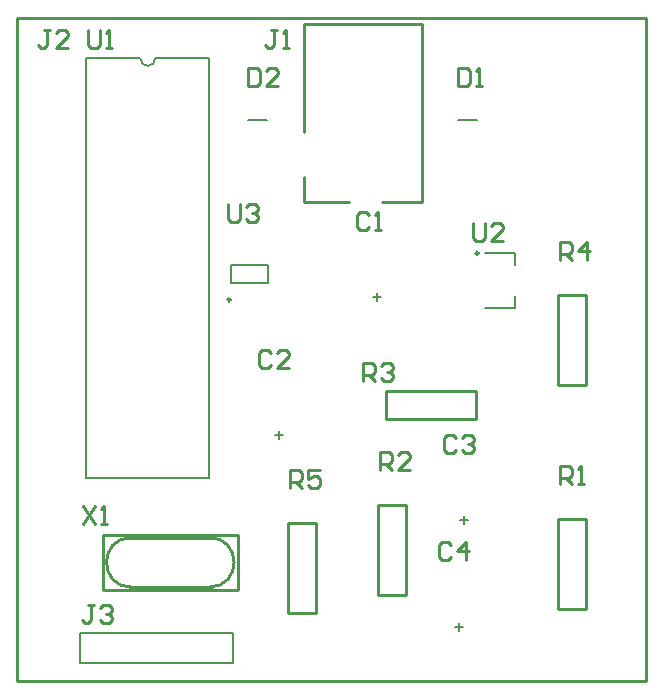
<source format=gto>
G04 Layer_Color=15132400*
%FSLAX25Y25*%
%MOIN*%
G70*
G01*
G75*
%ADD16C,0.01000*%
%ADD27C,0.00787*%
%ADD28C,0.00984*%
%ADD29C,0.00800*%
D16*
X163992Y131232D02*
G03*
X163992Y147768I0J8268D01*
G01*
X138008D02*
G03*
X138008Y131232I0J-8268D01*
G01*
X221500Y259500D02*
X235000D01*
X195500D02*
X210500D01*
X195500Y283000D02*
Y319000D01*
Y259500D02*
Y268000D01*
Y319000D02*
X235000D01*
Y259500D02*
Y319000D01*
X199500Y122500D02*
Y152500D01*
X190275Y122500D02*
X199500D01*
X190275D02*
Y152500D01*
X199500D01*
X289500Y198500D02*
Y228500D01*
X280275Y198500D02*
X289500D01*
X280275D02*
Y228500D01*
X289500D01*
X223000Y196500D02*
X253000D01*
Y187275D02*
Y196500D01*
X223000Y187275D02*
X253000D01*
X223000D02*
Y196500D01*
X128559Y148752D02*
X173441D01*
X128559Y130248D02*
Y148752D01*
Y130248D02*
X173441D01*
Y148752D01*
X137220Y131232D02*
X164780D01*
X137220Y147768D02*
X164780D01*
X229500Y128500D02*
Y158500D01*
X220275Y128500D02*
X229500D01*
X220275D02*
Y158500D01*
X229500D01*
X289500Y124000D02*
Y154000D01*
X280275Y124000D02*
X289500D01*
X280275D02*
Y154000D01*
X289500D01*
X186499Y316998D02*
X184499D01*
X185499D01*
Y312000D01*
X184499Y311000D01*
X183500D01*
X182500Y312000D01*
X188498Y311000D02*
X190497D01*
X189498D01*
Y316998D01*
X188498Y315998D01*
X121900Y158298D02*
X125899Y152300D01*
Y158298D02*
X121900Y152300D01*
X127898D02*
X129897D01*
X128898D01*
Y158298D01*
X127898Y157298D01*
X170300Y258998D02*
Y254000D01*
X171300Y253000D01*
X173299D01*
X174299Y254000D01*
Y258998D01*
X176298Y257998D02*
X177298Y258998D01*
X179297D01*
X180297Y257998D01*
Y256999D01*
X179297Y255999D01*
X178297D01*
X179297D01*
X180297Y254999D01*
Y254000D01*
X179297Y253000D01*
X177298D01*
X176298Y254000D01*
X251950Y252548D02*
Y247550D01*
X252950Y246550D01*
X254949D01*
X255949Y247550D01*
Y252548D01*
X261947Y246550D02*
X257948D01*
X261947Y250549D01*
Y251548D01*
X260947Y252548D01*
X258948D01*
X257948Y251548D01*
X123550Y317048D02*
Y312050D01*
X124550Y311050D01*
X126549D01*
X127549Y312050D01*
Y317048D01*
X129548Y311050D02*
X131547D01*
X130548D01*
Y317048D01*
X129548Y316048D01*
X190750Y164250D02*
Y170248D01*
X193749D01*
X194749Y169248D01*
Y167249D01*
X193749Y166249D01*
X190750D01*
X192749D02*
X194749Y164250D01*
X200747Y170248D02*
X196748D01*
Y167249D01*
X198747Y168249D01*
X199747D01*
X200747Y167249D01*
Y165250D01*
X199747Y164250D01*
X197748D01*
X196748Y165250D01*
X280800Y240200D02*
Y246198D01*
X283799D01*
X284799Y245198D01*
Y243199D01*
X283799Y242199D01*
X280800D01*
X282799D02*
X284799Y240200D01*
X289797D02*
Y246198D01*
X286798Y243199D01*
X290797D01*
X215300Y200000D02*
Y205998D01*
X218299D01*
X219299Y204998D01*
Y202999D01*
X218299Y201999D01*
X215300D01*
X217299D02*
X219299Y200000D01*
X221298Y204998D02*
X222298Y205998D01*
X224297D01*
X225297Y204998D01*
Y203999D01*
X224297Y202999D01*
X223297D01*
X224297D01*
X225297Y201999D01*
Y201000D01*
X224297Y200000D01*
X222298D01*
X221298Y201000D01*
X220800Y170200D02*
Y176198D01*
X223799D01*
X224799Y175198D01*
Y173199D01*
X223799Y172199D01*
X220800D01*
X222799D02*
X224799Y170200D01*
X230797D02*
X226798D01*
X230797Y174199D01*
Y175198D01*
X229797Y176198D01*
X227798D01*
X226798Y175198D01*
X280800Y165700D02*
Y171698D01*
X283799D01*
X284799Y170698D01*
Y168699D01*
X283799Y167699D01*
X280800D01*
X282799D02*
X284799Y165700D01*
X286798D02*
X288797D01*
X287798D01*
Y171698D01*
X286798Y170698D01*
X125599Y125398D02*
X123599D01*
X124599D01*
Y120400D01*
X123599Y119400D01*
X122600D01*
X121600Y120400D01*
X127598Y124398D02*
X128598Y125398D01*
X130597D01*
X131597Y124398D01*
Y123399D01*
X130597Y122399D01*
X129597D01*
X130597D01*
X131597Y121399D01*
Y120400D01*
X130597Y119400D01*
X128598D01*
X127598Y120400D01*
X110999Y316898D02*
X108999D01*
X109999D01*
Y311900D01*
X108999Y310900D01*
X108000D01*
X107000Y311900D01*
X116997Y310900D02*
X112998D01*
X116997Y314899D01*
Y315898D01*
X115997Y316898D01*
X113998D01*
X112998Y315898D01*
X176900Y304398D02*
Y298400D01*
X179899D01*
X180899Y299400D01*
Y303398D01*
X179899Y304398D01*
X176900D01*
X186897Y298400D02*
X182898D01*
X186897Y302399D01*
Y303398D01*
X185897Y304398D01*
X183898D01*
X182898Y303398D01*
X246900Y304398D02*
Y298400D01*
X249899D01*
X250899Y299400D01*
Y303398D01*
X249899Y304398D01*
X246900D01*
X252898Y298400D02*
X254897D01*
X253898D01*
Y304398D01*
X252898Y303398D01*
X244599Y145398D02*
X243599Y146398D01*
X241600D01*
X240600Y145398D01*
Y141400D01*
X241600Y140400D01*
X243599D01*
X244599Y141400D01*
X249597Y140400D02*
Y146398D01*
X246598Y143399D01*
X250597D01*
X246099Y180898D02*
X245099Y181898D01*
X243100D01*
X242100Y180898D01*
Y176900D01*
X243100Y175900D01*
X245099D01*
X246099Y176900D01*
X248098Y180898D02*
X249098Y181898D01*
X251097D01*
X252097Y180898D01*
Y179899D01*
X251097Y178899D01*
X250097D01*
X251097D01*
X252097Y177899D01*
Y176900D01*
X251097Y175900D01*
X249098D01*
X248098Y176900D01*
X184599Y209398D02*
X183599Y210398D01*
X181600D01*
X180600Y209398D01*
Y205400D01*
X181600Y204400D01*
X183599D01*
X184599Y205400D01*
X190597Y204400D02*
X186598D01*
X190597Y208399D01*
Y209398D01*
X189597Y210398D01*
X187598D01*
X186598Y209398D01*
X217099Y255398D02*
X216099Y256398D01*
X214100D01*
X213100Y255398D01*
Y251400D01*
X214100Y250400D01*
X216099D01*
X217099Y251400D01*
X219098Y250400D02*
X221097D01*
X220098D01*
Y256398D01*
X219098Y255398D01*
X100000Y100000D02*
Y321000D01*
Y100000D02*
X309500D01*
Y321000D01*
X100000D02*
X309500D01*
D27*
X141000Y307500D02*
G03*
X146000Y307500I2500J0D01*
G01*
X176851Y286968D02*
X183150D01*
X246851D02*
X253150D01*
X123028Y167500D02*
Y307500D01*
Y167500D02*
X163972D01*
Y307500D01*
X146000D02*
X163972D01*
X123028D02*
X141000D01*
X183602Y232547D02*
Y238453D01*
X171398Y232547D02*
Y238453D01*
X183602D01*
X171398Y232547D02*
X183602D01*
X121000Y106000D02*
X171984D01*
Y116000D01*
X121000D02*
X171984D01*
X121000Y106000D02*
Y116000D01*
X266012Y224445D02*
Y228382D01*
X255776Y224445D02*
X266012D01*
Y238618D02*
Y242555D01*
X255776D02*
X266012D01*
D28*
X171102Y227035D02*
G03*
X171102Y227035I-492J0D01*
G01*
X253709Y242555D02*
G03*
X253709Y242555I-492J0D01*
G01*
D29*
X246000Y117999D02*
X248666D01*
X247333Y119332D02*
Y116666D01*
X247500Y153499D02*
X250166D01*
X248833Y154832D02*
Y152166D01*
X218500Y227999D02*
X221166D01*
X219833Y229332D02*
Y226666D01*
X186000Y181999D02*
X188666D01*
X187333Y183332D02*
Y180666D01*
M02*

</source>
